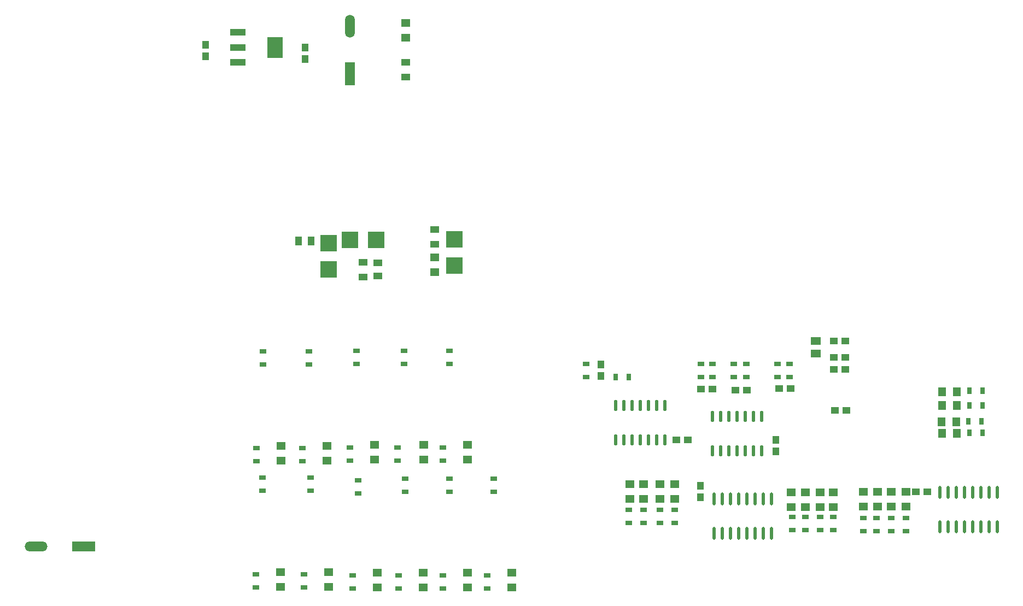
<source format=gtp>
G04*
G04 #@! TF.GenerationSoftware,Altium Limited,Altium Designer,20.0.13 (296)*
G04*
G04 Layer_Color=8421504*
%FSTAX24Y24*%
%MOIN*%
G70*
G01*
G75*
%ADD23R,0.0433X0.0472*%
%ADD24R,0.0472X0.0433*%
%ADD25R,0.0433X0.0315*%
%ADD26R,0.0315X0.0433*%
%ADD27R,0.0433X0.0550*%
%ADD28R,0.0550X0.0394*%
%ADD29R,0.0550X0.0433*%
%ADD30O,0.0217X0.0787*%
%ADD31O,0.0217X0.0709*%
%ADD32R,0.0984X0.1024*%
%ADD33R,0.0945X0.0394*%
%ADD34R,0.0945X0.1299*%
%ADD35O,0.0591X0.1400*%
%ADD36R,0.0591X0.1400*%
%ADD37R,0.0550X0.0500*%
%ADD38R,0.0500X0.0550*%
%ADD39R,0.0591X0.0512*%
%ADD40R,0.1400X0.0591*%
%ADD41O,0.1400X0.0591*%
%ADD42R,0.1024X0.0984*%
D23*
X058Y04095D02*
D03*
Y04165D02*
D03*
X04735Y04555D02*
D03*
Y04625D02*
D03*
X0534Y03885D02*
D03*
Y03815D02*
D03*
X0293Y0656D02*
D03*
Y0649D02*
D03*
X02325Y06505D02*
D03*
Y06575D02*
D03*
D24*
X05415Y04475D02*
D03*
X05345D02*
D03*
X0589Y0448D02*
D03*
X0582D02*
D03*
X05625Y0447D02*
D03*
X05555D02*
D03*
X0616Y04345D02*
D03*
X0623D02*
D03*
X06155Y0477D02*
D03*
X06225D02*
D03*
X06155Y04595D02*
D03*
X06225D02*
D03*
Y0467D02*
D03*
X06155D02*
D03*
X05195Y04165D02*
D03*
X05265D02*
D03*
X06725Y0385D02*
D03*
X06655D02*
D03*
D25*
X0581Y0455D02*
D03*
Y0463D02*
D03*
X05885Y0455D02*
D03*
Y0463D02*
D03*
X05545Y0455D02*
D03*
Y0463D02*
D03*
X0562Y0455D02*
D03*
Y0463D02*
D03*
X05345Y0455D02*
D03*
Y0463D02*
D03*
X05415Y0455D02*
D03*
Y0463D02*
D03*
X04645Y0455D02*
D03*
Y0463D02*
D03*
X06595Y0369D02*
D03*
Y0361D02*
D03*
X06505Y0369D02*
D03*
Y0361D02*
D03*
X06415Y0369D02*
D03*
Y0361D02*
D03*
X06335Y0369D02*
D03*
Y0361D02*
D03*
X04905Y0374D02*
D03*
Y0366D02*
D03*
X04995Y0374D02*
D03*
Y0366D02*
D03*
X05185Y0374D02*
D03*
Y0366D02*
D03*
X05095Y0374D02*
D03*
Y0366D02*
D03*
X0408Y0393D02*
D03*
Y0385D02*
D03*
X0404Y0326D02*
D03*
Y0334D02*
D03*
X0381Y0471D02*
D03*
Y0463D02*
D03*
X0377Y0404D02*
D03*
Y0412D02*
D03*
X0381Y0393D02*
D03*
Y0385D02*
D03*
X0377Y0326D02*
D03*
Y0334D02*
D03*
X03535Y0471D02*
D03*
Y0463D02*
D03*
X03495Y0404D02*
D03*
Y0412D02*
D03*
X0354Y0393D02*
D03*
Y0385D02*
D03*
X035Y0326D02*
D03*
Y0334D02*
D03*
X03245Y0471D02*
D03*
Y0463D02*
D03*
X03205Y0404D02*
D03*
Y0412D02*
D03*
X03255Y0392D02*
D03*
Y0384D02*
D03*
X0322Y0326D02*
D03*
Y0334D02*
D03*
X02955Y04705D02*
D03*
Y04625D02*
D03*
X02915Y04035D02*
D03*
Y04115D02*
D03*
X02965Y03935D02*
D03*
Y03855D02*
D03*
X02925Y03265D02*
D03*
Y03345D02*
D03*
X02675Y04705D02*
D03*
Y04625D02*
D03*
X02635Y04035D02*
D03*
Y04115D02*
D03*
X0267Y03935D02*
D03*
Y03855D02*
D03*
X0263Y03265D02*
D03*
Y03345D02*
D03*
X059Y03615D02*
D03*
Y03695D02*
D03*
X0598Y03615D02*
D03*
Y03695D02*
D03*
X0607Y03615D02*
D03*
Y03695D02*
D03*
X0615Y03615D02*
D03*
Y03695D02*
D03*
D26*
X04905Y0455D02*
D03*
X04825D02*
D03*
X0706Y0421D02*
D03*
X0698D02*
D03*
X07055Y0428D02*
D03*
X06975D02*
D03*
X0706Y04465D02*
D03*
X0698D02*
D03*
X0706Y04375D02*
D03*
X0698D02*
D03*
D27*
X029694Y0538D02*
D03*
X028906D02*
D03*
D28*
X03285Y0516D02*
D03*
Y0525D02*
D03*
X0372Y0545D02*
D03*
Y0536D02*
D03*
X035458Y064676D02*
D03*
Y063776D02*
D03*
D29*
X03375Y051656D02*
D03*
Y052444D02*
D03*
D30*
X05425Y035937D02*
D03*
X05475D02*
D03*
X05525D02*
D03*
X05575D02*
D03*
X05625D02*
D03*
X05675D02*
D03*
X05725D02*
D03*
X05775D02*
D03*
X05425Y038063D02*
D03*
X05475D02*
D03*
X05525D02*
D03*
X05575D02*
D03*
X05625D02*
D03*
X05675D02*
D03*
X05725D02*
D03*
X05775D02*
D03*
X068Y036337D02*
D03*
X0685D02*
D03*
X069D02*
D03*
X0695D02*
D03*
X07D02*
D03*
X0705D02*
D03*
X071D02*
D03*
X0715D02*
D03*
X068Y038463D02*
D03*
X0685D02*
D03*
X069D02*
D03*
X0695D02*
D03*
X07D02*
D03*
X0705D02*
D03*
X071D02*
D03*
X0715D02*
D03*
D31*
X05715Y0431D02*
D03*
X05665D02*
D03*
X05615D02*
D03*
X05565D02*
D03*
X05515D02*
D03*
X05465D02*
D03*
X05415D02*
D03*
X05715Y040974D02*
D03*
X05665D02*
D03*
X05615D02*
D03*
X05565D02*
D03*
X05515D02*
D03*
X05465D02*
D03*
X05415D02*
D03*
X05125Y043763D02*
D03*
X05075D02*
D03*
X05025D02*
D03*
X04975D02*
D03*
X04925D02*
D03*
X04875D02*
D03*
X04825D02*
D03*
X05125Y041637D02*
D03*
X05075D02*
D03*
X05025D02*
D03*
X04975D02*
D03*
X04925D02*
D03*
X04875D02*
D03*
X04825D02*
D03*
D32*
X03365Y05385D02*
D03*
X03205D02*
D03*
D33*
X025208Y066506D02*
D03*
Y0656D02*
D03*
Y064694D02*
D03*
D34*
X027492Y0656D02*
D03*
D35*
X03205Y0669D02*
D03*
D36*
Y064D02*
D03*
D37*
X03546Y067072D02*
D03*
Y066172D02*
D03*
X0598Y03845D02*
D03*
Y03755D02*
D03*
X06595Y0376D02*
D03*
Y0385D02*
D03*
X06505Y0376D02*
D03*
Y0385D02*
D03*
X0642Y0376D02*
D03*
Y0385D02*
D03*
X06335Y0376D02*
D03*
Y0385D02*
D03*
X0615Y03755D02*
D03*
Y03845D02*
D03*
X0607Y03755D02*
D03*
Y03845D02*
D03*
X05895Y03755D02*
D03*
Y03845D02*
D03*
X05185Y03805D02*
D03*
Y03895D02*
D03*
X05095Y03805D02*
D03*
Y03895D02*
D03*
X049948Y03805D02*
D03*
Y03895D02*
D03*
X0491Y03805D02*
D03*
Y03895D02*
D03*
X0372Y0519D02*
D03*
Y0528D02*
D03*
X0419Y03355D02*
D03*
Y03265D02*
D03*
X0392Y04135D02*
D03*
Y04045D02*
D03*
Y03355D02*
D03*
Y03265D02*
D03*
X03655Y04135D02*
D03*
Y04045D02*
D03*
X0365Y03355D02*
D03*
Y03265D02*
D03*
X03355Y04135D02*
D03*
Y04045D02*
D03*
X0337Y03355D02*
D03*
Y03265D02*
D03*
X03065Y0413D02*
D03*
Y0404D02*
D03*
X03075Y0336D02*
D03*
Y0327D02*
D03*
X02785Y0413D02*
D03*
Y0404D02*
D03*
X0278Y0336D02*
D03*
Y0327D02*
D03*
D38*
X069Y04275D02*
D03*
X0681D02*
D03*
X06905Y04205D02*
D03*
X06815D02*
D03*
X06905Y04375D02*
D03*
X06815D02*
D03*
X06905Y0446D02*
D03*
X06815D02*
D03*
D39*
X06045Y047674D02*
D03*
Y046926D02*
D03*
D40*
X0158Y03515D02*
D03*
D41*
X0129D02*
D03*
D42*
X0384Y0523D02*
D03*
Y0539D02*
D03*
X03075Y05205D02*
D03*
Y05365D02*
D03*
M02*

</source>
